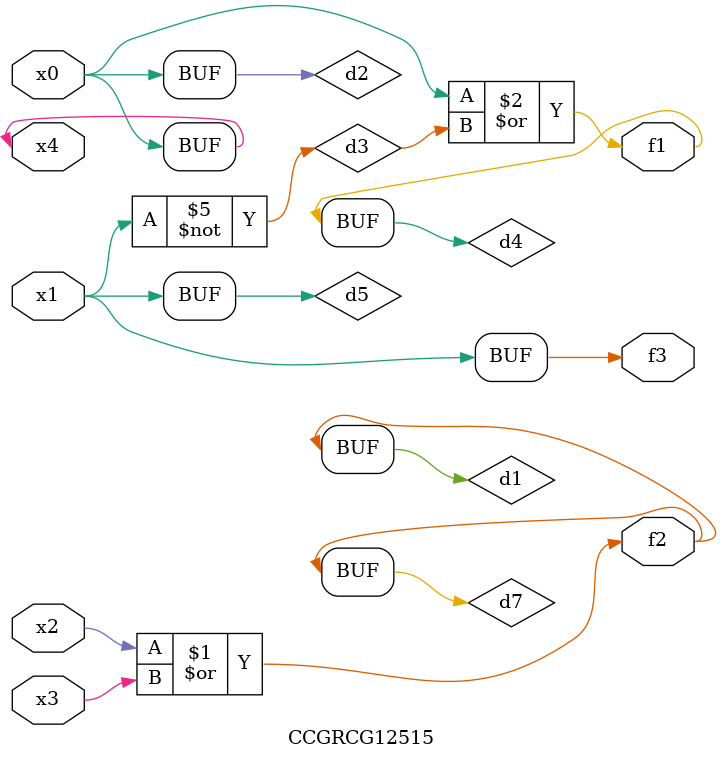
<source format=v>
module CCGRCG12515(
	input x0, x1, x2, x3, x4,
	output f1, f2, f3
);

	wire d1, d2, d3, d4, d5, d6, d7;

	or (d1, x2, x3);
	buf (d2, x0, x4);
	not (d3, x1);
	or (d4, d2, d3);
	not (d5, d3);
	nand (d6, d1, d3);
	or (d7, d1);
	assign f1 = d4;
	assign f2 = d7;
	assign f3 = d5;
endmodule

</source>
